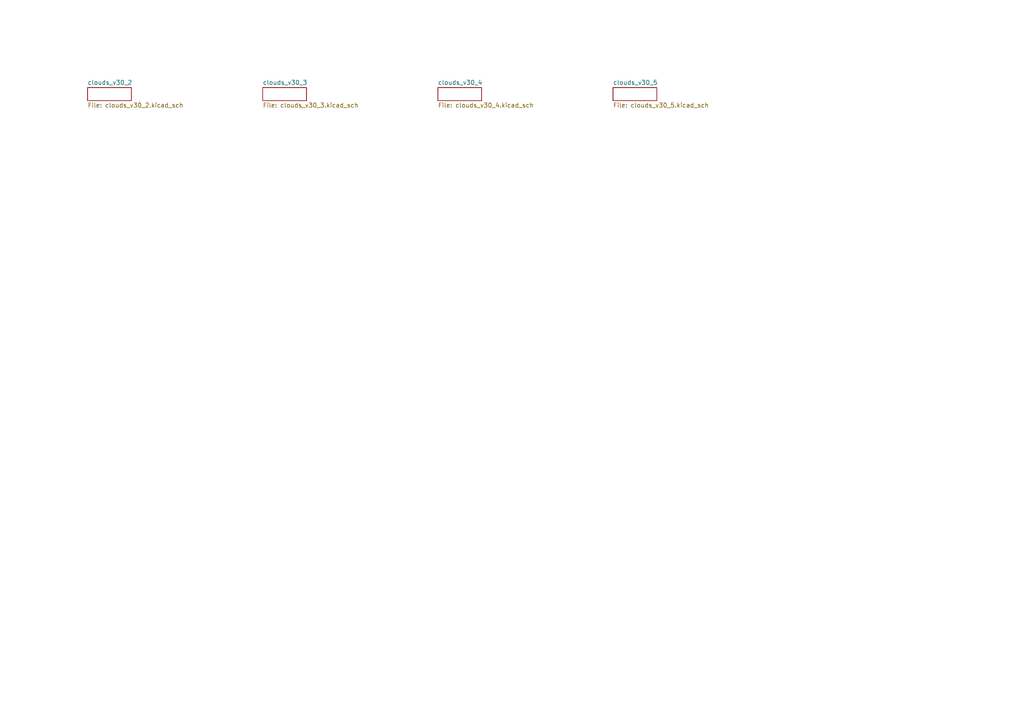
<source format=kicad_sch>
(kicad_sch (version 20211123) (generator eeschema)
  (paper "A4")
  (lib_symbols)
  (sheet (at 127 25.4) (size 12.7 3.81)
    (property "Sheet name" "clouds_v30_4" (at 127 24.6884 0) (effects (justify left bottom)))
    (property "Sheet file" "clouds_v30_4.kicad_sch" (at 127 29.7946 0) (effects (justify left top)))
  )
  (sheet (at 177.8 25.4) (size 12.7 3.81)
    (property "Sheet name" "clouds_v30_5" (at 177.8 24.6884 0) (effects (justify left bottom)))
    (property "Sheet file" "clouds_v30_5.kicad_sch" (at 177.8 29.7946 0) (effects (justify left top)))
  )
  (sheet (at 25.4 25.4) (size 12.7 3.81)
    (property "Sheet name" "clouds_v30_2" (at 25.4 24.6884 0) (effects (justify left bottom)))
    (property "Sheet file" "clouds_v30_2.kicad_sch" (at 25.4 29.7946 0) (effects (justify left top)))
  )
  (sheet (at 76.2 25.4) (size 12.7 3.81)
    (property "Sheet name" "clouds_v30_3" (at 76.2 24.6884 0) (effects (justify left bottom)))
    (property "Sheet file" "clouds_v30_3.kicad_sch" (at 76.2 29.7946 0) (effects (justify left top)))
  )
)
</source>
